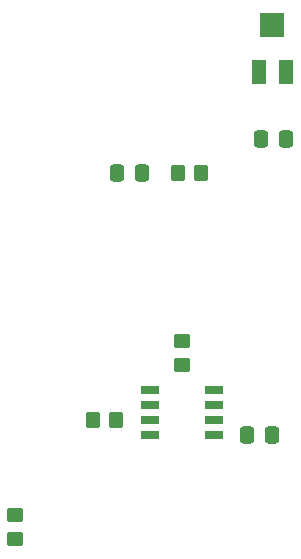
<source format=gbr>
%TF.GenerationSoftware,KiCad,Pcbnew,7.0.8*%
%TF.CreationDate,2023-10-06T13:02:41-07:00*%
%TF.ProjectId,Project_1,50726f6a-6563-4745-9f31-2e6b69636164,rev?*%
%TF.SameCoordinates,Original*%
%TF.FileFunction,Paste,Top*%
%TF.FilePolarity,Positive*%
%FSLAX46Y46*%
G04 Gerber Fmt 4.6, Leading zero omitted, Abs format (unit mm)*
G04 Created by KiCad (PCBNEW 7.0.8) date 2023-10-06 13:02:41*
%MOMM*%
%LPD*%
G01*
G04 APERTURE LIST*
G04 Aperture macros list*
%AMRoundRect*
0 Rectangle with rounded corners*
0 $1 Rounding radius*
0 $2 $3 $4 $5 $6 $7 $8 $9 X,Y pos of 4 corners*
0 Add a 4 corners polygon primitive as box body*
4,1,4,$2,$3,$4,$5,$6,$7,$8,$9,$2,$3,0*
0 Add four circle primitives for the rounded corners*
1,1,$1+$1,$2,$3*
1,1,$1+$1,$4,$5*
1,1,$1+$1,$6,$7*
1,1,$1+$1,$8,$9*
0 Add four rect primitives between the rounded corners*
20,1,$1+$1,$2,$3,$4,$5,0*
20,1,$1+$1,$4,$5,$6,$7,0*
20,1,$1+$1,$6,$7,$8,$9,0*
20,1,$1+$1,$8,$9,$2,$3,0*%
G04 Aperture macros list end*
%ADD10RoundRect,0.250000X-0.450000X0.350000X-0.450000X-0.350000X0.450000X-0.350000X0.450000X0.350000X0*%
%ADD11RoundRect,0.250000X-0.337500X-0.475000X0.337500X-0.475000X0.337500X0.475000X-0.337500X0.475000X0*%
%ADD12R,1.528000X0.650000*%
%ADD13RoundRect,0.250000X-0.350000X-0.450000X0.350000X-0.450000X0.350000X0.450000X-0.350000X0.450000X0*%
%ADD14RoundRect,0.250000X0.350000X0.450000X-0.350000X0.450000X-0.350000X-0.450000X0.350000X-0.450000X0*%
%ADD15R,1.300000X2.000000*%
%ADD16R,2.000000X2.000000*%
%ADD17RoundRect,0.250000X0.450000X-0.350000X0.450000X0.350000X-0.450000X0.350000X-0.450000X-0.350000X0*%
%ADD18RoundRect,0.250000X0.337500X0.475000X-0.337500X0.475000X-0.337500X-0.475000X0.337500X-0.475000X0*%
G04 APERTURE END LIST*
D10*
%TO.C,R2*%
X69750000Y-110250000D03*
X69750000Y-112250000D03*
%TD*%
D11*
%TO.C,C4*%
X89365000Y-103500000D03*
X91440000Y-103500000D03*
%TD*%
D12*
%TO.C,U2*%
X81109000Y-99695000D03*
X81109000Y-100965000D03*
X81109000Y-102235000D03*
X81109000Y-103505000D03*
X86531000Y-103505000D03*
X86531000Y-102235000D03*
X86531000Y-100965000D03*
X86531000Y-99695000D03*
%TD*%
D13*
%TO.C,R1*%
X83500000Y-81280000D03*
X85500000Y-81280000D03*
%TD*%
D11*
%TO.C,C1*%
X78362500Y-81300000D03*
X80437500Y-81300000D03*
%TD*%
D14*
%TO.C,R3*%
X78300000Y-102250000D03*
X76300000Y-102250000D03*
%TD*%
D15*
%TO.C,RV1*%
X92650000Y-72750000D03*
D16*
X91500000Y-68750000D03*
D15*
X90350000Y-72750000D03*
%TD*%
D17*
%TO.C,R4*%
X83820000Y-97520000D03*
X83820000Y-95520000D03*
%TD*%
D18*
%TO.C,C2*%
X92637500Y-78400000D03*
X90562500Y-78400000D03*
%TD*%
M02*

</source>
